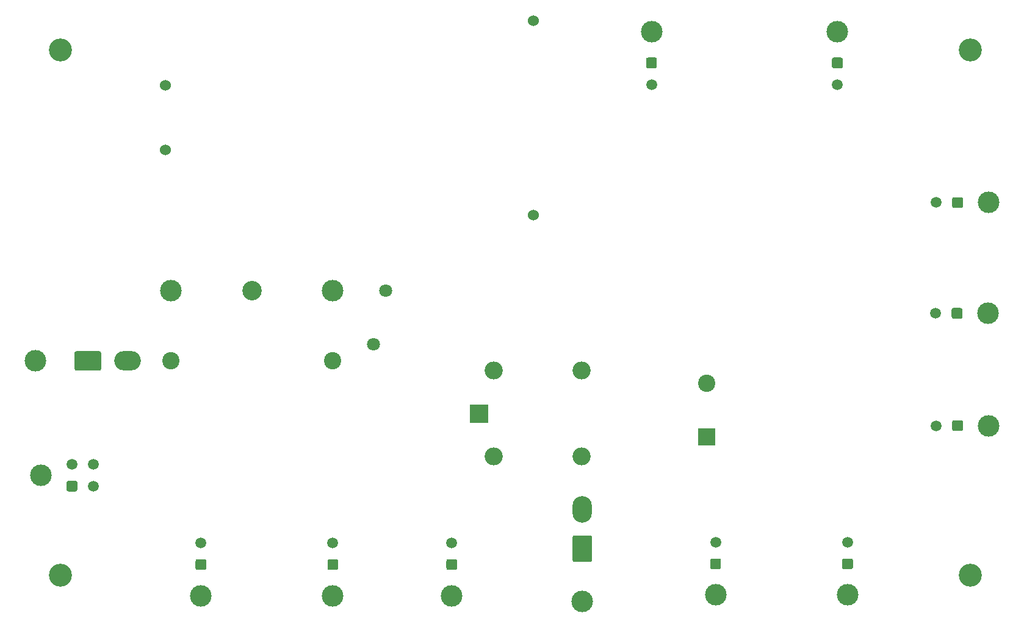
<source format=gbs>
G04 #@! TF.GenerationSoftware,KiCad,Pcbnew,(5.1.9)-1*
G04 #@! TF.CreationDate,2021-01-28T15:57:22-05:00*
G04 #@! TF.ProjectId,SensorBoard,53656e73-6f72-4426-9f61-72642e6b6963,rev?*
G04 #@! TF.SameCoordinates,Original*
G04 #@! TF.FileFunction,Soldermask,Bot*
G04 #@! TF.FilePolarity,Negative*
%FSLAX46Y46*%
G04 Gerber Fmt 4.6, Leading zero omitted, Abs format (unit mm)*
G04 Created by KiCad (PCBNEW (5.1.9)-1) date 2021-01-28 15:57:22*
%MOMM*%
%LPD*%
G01*
G04 APERTURE LIST*
%ADD10C,3.000000*%
%ADD11O,2.700000X3.700000*%
%ADD12O,3.700000X2.700000*%
%ADD13C,2.400000*%
%ADD14R,2.400000X2.400000*%
%ADD15C,1.800000*%
%ADD16C,1.524000*%
%ADD17O,2.500000X2.500000*%
%ADD18R,2.500000X2.500000*%
%ADD19C,1.500000*%
%ADD20C,3.200000*%
%ADD21C,2.700000*%
G04 APERTURE END LIST*
D10*
X160000000Y-146300000D03*
D11*
X160000000Y-133500000D03*
G36*
G01*
X161350000Y-137400001D02*
X161350000Y-140599999D01*
G75*
G02*
X161099999Y-140850000I-250001J0D01*
G01*
X158900001Y-140850000D01*
G75*
G02*
X158650000Y-140599999I0J250001D01*
G01*
X158650000Y-137400001D01*
G75*
G02*
X158900001Y-137150000I250001J0D01*
G01*
X161099999Y-137150000D01*
G75*
G02*
X161350000Y-137400001I0J-250001D01*
G01*
G37*
D10*
X84100000Y-112900000D03*
D12*
X96900000Y-112900000D03*
G36*
G01*
X92999999Y-114250000D02*
X89800001Y-114250000D01*
G75*
G02*
X89550000Y-113999999I0J250001D01*
G01*
X89550000Y-111800001D01*
G75*
G02*
X89800001Y-111550000I250001J0D01*
G01*
X92999999Y-111550000D01*
G75*
G02*
X93250000Y-111800001I0J-250001D01*
G01*
X93250000Y-113999999D01*
G75*
G02*
X92999999Y-114250000I-250001J0D01*
G01*
G37*
D13*
X177300000Y-116000000D03*
D14*
X177300000Y-123500000D03*
D15*
X132700000Y-103100000D03*
X131000000Y-110600000D03*
D16*
X153200000Y-92600000D03*
X153200000Y-65600000D03*
X102200000Y-83600000D03*
X102200000Y-74600000D03*
D17*
X147700000Y-114200000D03*
X159900000Y-114200000D03*
X159900000Y-126200000D03*
X147700000Y-126200000D03*
D18*
X145700000Y-120200000D03*
D19*
X209080000Y-90900000D03*
G36*
G01*
X211580000Y-90150000D02*
X212580000Y-90150000D01*
G75*
G02*
X212830000Y-90400000I0J-250000D01*
G01*
X212830000Y-91400000D01*
G75*
G02*
X212580000Y-91650000I-250000J0D01*
G01*
X211580000Y-91650000D01*
G75*
G02*
X211330000Y-91400000I0J250000D01*
G01*
X211330000Y-90400000D01*
G75*
G02*
X211580000Y-90150000I250000J0D01*
G01*
G37*
D10*
X216400000Y-90900000D03*
D19*
X209080000Y-121900000D03*
G36*
G01*
X211580000Y-121150000D02*
X212580000Y-121150000D01*
G75*
G02*
X212830000Y-121400000I0J-250000D01*
G01*
X212830000Y-122400000D01*
G75*
G02*
X212580000Y-122650000I-250000J0D01*
G01*
X211580000Y-122650000D01*
G75*
G02*
X211330000Y-122400000I0J250000D01*
G01*
X211330000Y-121400000D01*
G75*
G02*
X211580000Y-121150000I250000J0D01*
G01*
G37*
D10*
X216400000Y-121900000D03*
D19*
X196800000Y-138100000D03*
G36*
G01*
X197550000Y-140600000D02*
X197550000Y-141600000D01*
G75*
G02*
X197300000Y-141850000I-250000J0D01*
G01*
X196300000Y-141850000D01*
G75*
G02*
X196050000Y-141600000I0J250000D01*
G01*
X196050000Y-140600000D01*
G75*
G02*
X196300000Y-140350000I250000J0D01*
G01*
X197300000Y-140350000D01*
G75*
G02*
X197550000Y-140600000I0J-250000D01*
G01*
G37*
D10*
X196800000Y-145420000D03*
D19*
X178500000Y-138100000D03*
G36*
G01*
X179250000Y-140600000D02*
X179250000Y-141600000D01*
G75*
G02*
X179000000Y-141850000I-250000J0D01*
G01*
X178000000Y-141850000D01*
G75*
G02*
X177750000Y-141600000I0J250000D01*
G01*
X177750000Y-140600000D01*
G75*
G02*
X178000000Y-140350000I250000J0D01*
G01*
X179000000Y-140350000D01*
G75*
G02*
X179250000Y-140600000I0J-250000D01*
G01*
G37*
D10*
X178500000Y-145420000D03*
D19*
X209000000Y-106300000D03*
G36*
G01*
X211500000Y-105550000D02*
X212500000Y-105550000D01*
G75*
G02*
X212750000Y-105800000I0J-250000D01*
G01*
X212750000Y-106800000D01*
G75*
G02*
X212500000Y-107050000I-250000J0D01*
G01*
X211500000Y-107050000D01*
G75*
G02*
X211250000Y-106800000I0J250000D01*
G01*
X211250000Y-105800000D01*
G75*
G02*
X211500000Y-105550000I250000J0D01*
G01*
G37*
D10*
X216320000Y-106300000D03*
D19*
X125400000Y-138200000D03*
G36*
G01*
X126150000Y-140700000D02*
X126150000Y-141700000D01*
G75*
G02*
X125900000Y-141950000I-250000J0D01*
G01*
X124900000Y-141950000D01*
G75*
G02*
X124650000Y-141700000I0J250000D01*
G01*
X124650000Y-140700000D01*
G75*
G02*
X124900000Y-140450000I250000J0D01*
G01*
X125900000Y-140450000D01*
G75*
G02*
X126150000Y-140700000I0J-250000D01*
G01*
G37*
D10*
X125400000Y-145520000D03*
D19*
X195400000Y-74500000D03*
G36*
G01*
X194650000Y-72000000D02*
X194650000Y-71000000D01*
G75*
G02*
X194900000Y-70750000I250000J0D01*
G01*
X195900000Y-70750000D01*
G75*
G02*
X196150000Y-71000000I0J-250000D01*
G01*
X196150000Y-72000000D01*
G75*
G02*
X195900000Y-72250000I-250000J0D01*
G01*
X194900000Y-72250000D01*
G75*
G02*
X194650000Y-72000000I0J250000D01*
G01*
G37*
D10*
X195400000Y-67180000D03*
D19*
X169600000Y-74500000D03*
G36*
G01*
X168850000Y-72000000D02*
X168850000Y-71000000D01*
G75*
G02*
X169100000Y-70750000I250000J0D01*
G01*
X170100000Y-70750000D01*
G75*
G02*
X170350000Y-71000000I0J-250000D01*
G01*
X170350000Y-72000000D01*
G75*
G02*
X170100000Y-72250000I-250000J0D01*
G01*
X169100000Y-72250000D01*
G75*
G02*
X168850000Y-72000000I0J250000D01*
G01*
G37*
D10*
X169600000Y-67180000D03*
D19*
X141900000Y-138200000D03*
G36*
G01*
X142650000Y-140700000D02*
X142650000Y-141700000D01*
G75*
G02*
X142400000Y-141950000I-250000J0D01*
G01*
X141400000Y-141950000D01*
G75*
G02*
X141150000Y-141700000I0J250000D01*
G01*
X141150000Y-140700000D01*
G75*
G02*
X141400000Y-140450000I250000J0D01*
G01*
X142400000Y-140450000D01*
G75*
G02*
X142650000Y-140700000I0J-250000D01*
G01*
G37*
D10*
X141900000Y-145520000D03*
D19*
X107100000Y-138200000D03*
G36*
G01*
X107850000Y-140700000D02*
X107850000Y-141700000D01*
G75*
G02*
X107600000Y-141950000I-250000J0D01*
G01*
X106600000Y-141950000D01*
G75*
G02*
X106350000Y-141700000I0J250000D01*
G01*
X106350000Y-140700000D01*
G75*
G02*
X106600000Y-140450000I250000J0D01*
G01*
X107600000Y-140450000D01*
G75*
G02*
X107850000Y-140700000I0J-250000D01*
G01*
G37*
D10*
X107100000Y-145520000D03*
D19*
X92200000Y-127300000D03*
X92200000Y-130300000D03*
X89200000Y-127300000D03*
G36*
G01*
X89700000Y-131050000D02*
X88700000Y-131050000D01*
G75*
G02*
X88450000Y-130800000I0J250000D01*
G01*
X88450000Y-129800000D01*
G75*
G02*
X88700000Y-129550000I250000J0D01*
G01*
X89700000Y-129550000D01*
G75*
G02*
X89950000Y-129800000I0J-250000D01*
G01*
X89950000Y-130800000D01*
G75*
G02*
X89700000Y-131050000I-250000J0D01*
G01*
G37*
D10*
X84880000Y-128800000D03*
D20*
X213800000Y-69700000D03*
X213800000Y-142700000D03*
X87600000Y-142700000D03*
X87600000Y-69700000D03*
D21*
X114150000Y-103100000D03*
D10*
X102900000Y-103100000D03*
X125400000Y-103100000D03*
D13*
X125400000Y-112900000D03*
X102900000Y-112900000D03*
M02*

</source>
